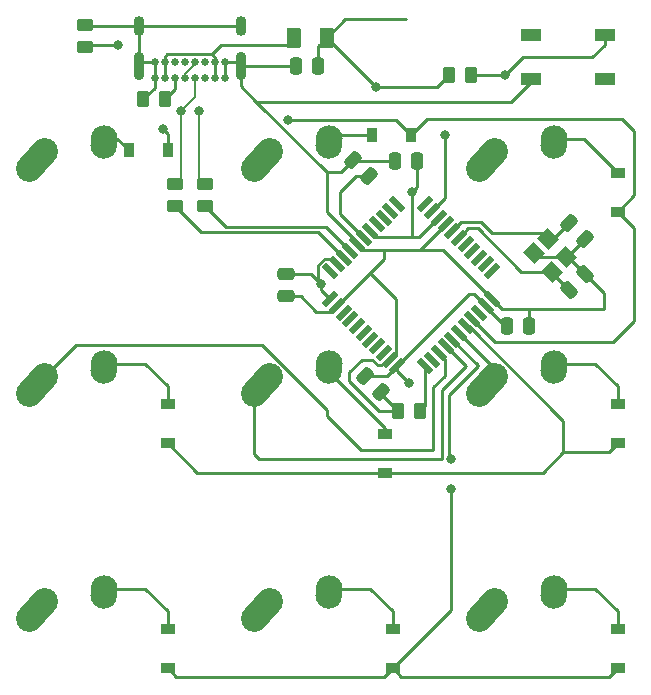
<source format=gbl>
%TF.GenerationSoftware,KiCad,Pcbnew,(6.0.10)*%
%TF.CreationDate,2023-01-30T18:20:24-07:00*%
%TF.ProjectId,nepcropad,6e657063-726f-4706-9164-2e6b69636164,rev?*%
%TF.SameCoordinates,Original*%
%TF.FileFunction,Copper,L2,Bot*%
%TF.FilePolarity,Positive*%
%FSLAX46Y46*%
G04 Gerber Fmt 4.6, Leading zero omitted, Abs format (unit mm)*
G04 Created by KiCad (PCBNEW (6.0.10)) date 2023-01-30 18:20:24*
%MOMM*%
%LPD*%
G01*
G04 APERTURE LIST*
G04 Aperture macros list*
%AMRoundRect*
0 Rectangle with rounded corners*
0 $1 Rounding radius*
0 $2 $3 $4 $5 $6 $7 $8 $9 X,Y pos of 4 corners*
0 Add a 4 corners polygon primitive as box body*
4,1,4,$2,$3,$4,$5,$6,$7,$8,$9,$2,$3,0*
0 Add four circle primitives for the rounded corners*
1,1,$1+$1,$2,$3*
1,1,$1+$1,$4,$5*
1,1,$1+$1,$6,$7*
1,1,$1+$1,$8,$9*
0 Add four rect primitives between the rounded corners*
20,1,$1+$1,$2,$3,$4,$5,0*
20,1,$1+$1,$4,$5,$6,$7,0*
20,1,$1+$1,$6,$7,$8,$9,0*
20,1,$1+$1,$8,$9,$2,$3,0*%
%AMHorizOval*
0 Thick line with rounded ends*
0 $1 width*
0 $2 $3 position (X,Y) of the first rounded end (center of the circle)*
0 $4 $5 position (X,Y) of the second rounded end (center of the circle)*
0 Add line between two ends*
20,1,$1,$2,$3,$4,$5,0*
0 Add two circle primitives to create the rounded ends*
1,1,$1,$2,$3*
1,1,$1,$4,$5*%
%AMRotRect*
0 Rectangle, with rotation*
0 The origin of the aperture is its center*
0 $1 length*
0 $2 width*
0 $3 Rotation angle, in degrees counterclockwise*
0 Add horizontal line*
21,1,$1,$2,0,0,$3*%
G04 Aperture macros list end*
%TA.AperFunction,ComponentPad*%
%ADD10HorizOval,2.250000X0.655001X0.730000X-0.655001X-0.730000X0*%
%TD*%
%TA.AperFunction,ComponentPad*%
%ADD11C,2.250000*%
%TD*%
%TA.AperFunction,ComponentPad*%
%ADD12HorizOval,2.250000X0.020000X0.290000X-0.020000X-0.290000X0*%
%TD*%
%TA.AperFunction,SMDPad,CuDef*%
%ADD13RoundRect,0.250000X0.250000X0.475000X-0.250000X0.475000X-0.250000X-0.475000X0.250000X-0.475000X0*%
%TD*%
%TA.AperFunction,SMDPad,CuDef*%
%ADD14R,0.900000X1.200000*%
%TD*%
%TA.AperFunction,SMDPad,CuDef*%
%ADD15RoundRect,0.250000X0.450000X-0.262500X0.450000X0.262500X-0.450000X0.262500X-0.450000X-0.262500X0*%
%TD*%
%TA.AperFunction,SMDPad,CuDef*%
%ADD16R,1.200000X0.900000*%
%TD*%
%TA.AperFunction,SMDPad,CuDef*%
%ADD17RoundRect,0.250000X0.512652X0.159099X0.159099X0.512652X-0.512652X-0.159099X-0.159099X-0.512652X0*%
%TD*%
%TA.AperFunction,SMDPad,CuDef*%
%ADD18RoundRect,0.250000X-0.450000X0.262500X-0.450000X-0.262500X0.450000X-0.262500X0.450000X0.262500X0*%
%TD*%
%TA.AperFunction,SMDPad,CuDef*%
%ADD19RoundRect,0.250000X0.262500X0.450000X-0.262500X0.450000X-0.262500X-0.450000X0.262500X-0.450000X0*%
%TD*%
%TA.AperFunction,SMDPad,CuDef*%
%ADD20RoundRect,0.250000X-0.375000X-0.625000X0.375000X-0.625000X0.375000X0.625000X-0.375000X0.625000X0*%
%TD*%
%TA.AperFunction,ComponentPad*%
%ADD21C,0.650000*%
%TD*%
%TA.AperFunction,ComponentPad*%
%ADD22O,0.900000X1.700000*%
%TD*%
%TA.AperFunction,ComponentPad*%
%ADD23O,0.900000X2.400000*%
%TD*%
%TA.AperFunction,SMDPad,CuDef*%
%ADD24R,1.800000X1.100000*%
%TD*%
%TA.AperFunction,SMDPad,CuDef*%
%ADD25RoundRect,0.250000X-0.262500X-0.450000X0.262500X-0.450000X0.262500X0.450000X-0.262500X0.450000X0*%
%TD*%
%TA.AperFunction,SMDPad,CuDef*%
%ADD26RoundRect,0.250000X-0.512652X-0.159099X-0.159099X-0.512652X0.512652X0.159099X0.159099X0.512652X0*%
%TD*%
%TA.AperFunction,SMDPad,CuDef*%
%ADD27RotRect,1.500000X0.550000X315.000000*%
%TD*%
%TA.AperFunction,SMDPad,CuDef*%
%ADD28RotRect,1.500000X0.550000X225.000000*%
%TD*%
%TA.AperFunction,SMDPad,CuDef*%
%ADD29RoundRect,0.250000X-0.250000X-0.475000X0.250000X-0.475000X0.250000X0.475000X-0.250000X0.475000X0*%
%TD*%
%TA.AperFunction,SMDPad,CuDef*%
%ADD30RotRect,1.400000X1.200000X135.000000*%
%TD*%
%TA.AperFunction,SMDPad,CuDef*%
%ADD31RoundRect,0.250000X-0.159099X0.512652X-0.512652X0.159099X0.159099X-0.512652X0.512652X-0.159099X0*%
%TD*%
%TA.AperFunction,SMDPad,CuDef*%
%ADD32RoundRect,0.250000X-0.475000X0.250000X-0.475000X-0.250000X0.475000X-0.250000X0.475000X0.250000X0*%
%TD*%
%TA.AperFunction,ViaPad*%
%ADD33C,0.800000*%
%TD*%
%TA.AperFunction,Conductor*%
%ADD34C,0.250000*%
%TD*%
%TA.AperFunction,Conductor*%
%ADD35C,0.200000*%
%TD*%
G04 APERTURE END LIST*
D10*
%TO.P,MX7,1,COL*%
%TO.N,COL0*%
X131782501Y-106267500D03*
D11*
X132437500Y-105537500D03*
%TO.P,MX7,2,ROW*%
%TO.N,Net-(D7-Pad2)*%
X137477500Y-104457500D03*
D12*
X137457500Y-104747500D03*
%TD*%
D11*
%TO.P,MX4,1,COL*%
%TO.N,COL0*%
X132437500Y-86487500D03*
D10*
X131782501Y-87217500D03*
D12*
%TO.P,MX4,2,ROW*%
%TO.N,Net-(D4-Pad2)*%
X137457500Y-85697500D03*
D11*
X137477500Y-85407500D03*
%TD*%
%TO.P,MX6,1,COL*%
%TO.N,COL2*%
X170537500Y-86487500D03*
D10*
X169882501Y-87217500D03*
D12*
%TO.P,MX6,2,ROW*%
%TO.N,Net-(D6-Pad2)*%
X175557500Y-85697500D03*
D11*
X175577500Y-85407500D03*
%TD*%
D10*
%TO.P,MX8,1,COL*%
%TO.N,COL1*%
X150832501Y-106267500D03*
D11*
X151487500Y-105537500D03*
%TO.P,MX8,2,ROW*%
%TO.N,Net-(D8-Pad2)*%
X156527500Y-104457500D03*
D12*
X156507500Y-104747500D03*
%TD*%
D10*
%TO.P,MX2,1,COL*%
%TO.N,COL1*%
X150832501Y-68167500D03*
D11*
X151487500Y-67437500D03*
%TO.P,MX2,2,ROW*%
%TO.N,Net-(D2-Pad2)*%
X156527500Y-66357500D03*
D12*
X156507500Y-66647500D03*
%TD*%
D11*
%TO.P,MX3,1,COL*%
%TO.N,COL2*%
X170537500Y-67437500D03*
D10*
X169882501Y-68167500D03*
D12*
%TO.P,MX3,2,ROW*%
%TO.N,Net-(D3-Pad2)*%
X175557500Y-66647500D03*
D11*
X175577500Y-66357500D03*
%TD*%
D10*
%TO.P,MX1,1,COL*%
%TO.N,COL0*%
X131782501Y-68167500D03*
D11*
X132437500Y-67437500D03*
%TO.P,MX1,2,ROW*%
%TO.N,Net-(D1-Pad2)*%
X137477500Y-66357500D03*
D12*
X137457500Y-66647500D03*
%TD*%
D10*
%TO.P,MX9,1,COL*%
%TO.N,COL2*%
X169882501Y-106267500D03*
D11*
X170537500Y-105537500D03*
D12*
%TO.P,MX9,2,ROW*%
%TO.N,Net-(D9-Pad2)*%
X175557500Y-104747500D03*
D11*
X175577500Y-104457500D03*
%TD*%
D10*
%TO.P,MX5,1,COL*%
%TO.N,COL1*%
X150832501Y-87217500D03*
D11*
X151487500Y-86487500D03*
%TO.P,MX5,2,ROW*%
%TO.N,Net-(D5-Pad2)*%
X156527500Y-85407500D03*
D12*
X156507500Y-85697500D03*
%TD*%
D13*
%TO.P,C8,1*%
%TO.N,+5V*%
X164018000Y-68224400D03*
%TO.P,C8,2*%
%TO.N,GND*%
X162118000Y-68224400D03*
%TD*%
D14*
%TO.P,D2,1,K*%
%TO.N,ROW0*%
X163448000Y-66040000D03*
%TO.P,D2,2,A*%
%TO.N,Net-(D2-Pad2)*%
X160148000Y-66040000D03*
%TD*%
D15*
%TO.P,R6,1*%
%TO.N,Net-(J1-PadB5)*%
X135890000Y-58570500D03*
%TO.P,R6,2*%
%TO.N,GND*%
X135890000Y-56745500D03*
%TD*%
D16*
%TO.P,D5,1,K*%
%TO.N,ROW1*%
X161290000Y-94614000D03*
%TO.P,D5,2,A*%
%TO.N,Net-(D5-Pad2)*%
X161290000Y-91314000D03*
%TD*%
%TO.P,D4,1,K*%
%TO.N,ROW1*%
X142875000Y-92137500D03*
%TO.P,D4,2,A*%
%TO.N,Net-(D4-Pad2)*%
X142875000Y-88837500D03*
%TD*%
D17*
%TO.P,C3,1*%
%TO.N,Net-(C3-Pad1)*%
X159929751Y-69505751D03*
%TO.P,C3,2*%
%TO.N,GND*%
X158586249Y-68162249D03*
%TD*%
D16*
%TO.P,D6,1,K*%
%TO.N,ROW1*%
X180975000Y-92137500D03*
%TO.P,D6,2,A*%
%TO.N,Net-(D6-Pad2)*%
X180975000Y-88837500D03*
%TD*%
D18*
%TO.P,R2,1*%
%TO.N,D+*%
X146050000Y-70207500D03*
%TO.P,R2,2*%
%TO.N,Net-(R2-Pad2)*%
X146050000Y-72032500D03*
%TD*%
D16*
%TO.P,D7,1,K*%
%TO.N,ROW2*%
X142875000Y-111187500D03*
%TO.P,D7,2,A*%
%TO.N,Net-(D7-Pad2)*%
X142875000Y-107887500D03*
%TD*%
D19*
%TO.P,R5,1*%
%TO.N,Net-(J1-PadA5)*%
X142644500Y-62992000D03*
%TO.P,R5,2*%
%TO.N,GND*%
X140819500Y-62992000D03*
%TD*%
D18*
%TO.P,R3,1*%
%TO.N,D-*%
X143510000Y-70207500D03*
%TO.P,R3,2*%
%TO.N,Net-(R3-Pad2)*%
X143510000Y-72032500D03*
%TD*%
D20*
%TO.P,F1,1*%
%TO.N,VCC*%
X153540000Y-57785000D03*
%TO.P,F1,2*%
%TO.N,+5V*%
X156340000Y-57785000D03*
%TD*%
D21*
%TO.P,J1,A1,GND*%
%TO.N,GND*%
X141805000Y-61175000D03*
%TO.P,J1,A4,VBUS*%
%TO.N,VCC*%
X142655000Y-61175000D03*
%TO.P,J1,A5,CC1*%
%TO.N,Net-(J1-PadA5)*%
X143505000Y-61175000D03*
%TO.P,J1,A6,D+*%
%TO.N,D+*%
X144355000Y-61175000D03*
%TO.P,J1,A7,D-*%
%TO.N,D-*%
X145205000Y-61175000D03*
%TO.P,J1,A8,SBU1*%
%TO.N,unconnected-(J1-PadA8)*%
X146055000Y-61175000D03*
%TO.P,J1,A9,VBUS*%
%TO.N,VCC*%
X146905000Y-61175000D03*
%TO.P,J1,A12,GND*%
%TO.N,GND*%
X147755000Y-61175000D03*
%TO.P,J1,B1,GND*%
X147760000Y-59850000D03*
%TO.P,J1,B4,VBUS*%
%TO.N,VCC*%
X146910000Y-59850000D03*
%TO.P,J1,B5,CC2*%
%TO.N,Net-(J1-PadB5)*%
X146060000Y-59850000D03*
%TO.P,J1,B6,D+*%
%TO.N,D+*%
X145210000Y-59850000D03*
%TO.P,J1,B7,D-*%
%TO.N,D-*%
X144360000Y-59850000D03*
%TO.P,J1,B8,SBU2*%
%TO.N,unconnected-(J1-PadB8)*%
X143510000Y-59850000D03*
%TO.P,J1,B9,VBUS*%
%TO.N,VCC*%
X142660000Y-59850000D03*
%TO.P,J1,B12,GND*%
%TO.N,GND*%
X141805000Y-59850000D03*
D22*
%TO.P,J1,S1,SHIELD*%
X140455000Y-56815000D03*
D23*
X149105000Y-60195000D03*
X140455000Y-60195000D03*
D22*
X149105000Y-56815000D03*
%TD*%
D24*
%TO.P,SW1,1,1*%
%TO.N,GND*%
X173684000Y-61286000D03*
%TO.P,SW1,2,2*%
%TO.N,Net-(R1-Pad2)*%
X179884000Y-57586000D03*
%TO.P,SW1,3*%
%TO.N,N/C*%
X173684000Y-57586000D03*
%TO.P,SW1,4*%
X179884000Y-61286000D03*
%TD*%
D13*
%TO.P,C7,1*%
%TO.N,+5V*%
X155636000Y-60198000D03*
%TO.P,C7,2*%
%TO.N,GND*%
X153736000Y-60198000D03*
%TD*%
D25*
%TO.P,R1,1*%
%TO.N,+5V*%
X166727500Y-60960000D03*
%TO.P,R1,2*%
%TO.N,Net-(R1-Pad2)*%
X168552500Y-60960000D03*
%TD*%
D14*
%TO.P,D1,1,K*%
%TO.N,ROW0*%
X142874000Y-67310000D03*
%TO.P,D1,2,A*%
%TO.N,Net-(D1-Pad2)*%
X139574000Y-67310000D03*
%TD*%
D16*
%TO.P,D3,1,K*%
%TO.N,ROW0*%
X180975000Y-72516000D03*
%TO.P,D3,2,A*%
%TO.N,Net-(D3-Pad2)*%
X180975000Y-69216000D03*
%TD*%
D26*
%TO.P,C5,1*%
%TO.N,+5V*%
X159602249Y-86450249D03*
%TO.P,C5,2*%
%TO.N,GND*%
X160945751Y-87793751D03*
%TD*%
D27*
%TO.P,U1,1,PE6*%
%TO.N,unconnected-(U1-Pad1)*%
X156653564Y-77537918D03*
%TO.P,U1,2,UVCC*%
%TO.N,+5V*%
X157219250Y-76972233D03*
%TO.P,U1,3,D-*%
%TO.N,Net-(R3-Pad2)*%
X157784935Y-76406548D03*
%TO.P,U1,4,D+*%
%TO.N,Net-(R2-Pad2)*%
X158350620Y-75840862D03*
%TO.P,U1,5,UGND*%
%TO.N,GND*%
X158916306Y-75275177D03*
%TO.P,U1,6,UCAP*%
%TO.N,Net-(C3-Pad1)*%
X159481991Y-74709491D03*
%TO.P,U1,7,VBUS*%
%TO.N,+5V*%
X160047677Y-74143806D03*
%TO.P,U1,8,PB0*%
%TO.N,unconnected-(U1-Pad8)*%
X160613362Y-73578120D03*
%TO.P,U1,9,PB1*%
%TO.N,unconnected-(U1-Pad9)*%
X161179048Y-73012435D03*
%TO.P,U1,10,PB2*%
%TO.N,unconnected-(U1-Pad10)*%
X161744733Y-72446750D03*
%TO.P,U1,11,PB3*%
%TO.N,unconnected-(U1-Pad11)*%
X162310418Y-71881064D03*
D28*
%TO.P,U1,12,PB7*%
%TO.N,unconnected-(U1-Pad12)*%
X164714582Y-71881064D03*
%TO.P,U1,13,~{RESET}*%
%TO.N,Net-(R1-Pad2)*%
X165280267Y-72446750D03*
%TO.P,U1,14,VCC*%
%TO.N,+5V*%
X165845952Y-73012435D03*
%TO.P,U1,15,GND*%
%TO.N,GND*%
X166411638Y-73578120D03*
%TO.P,U1,16,XTAL2*%
%TO.N,Net-(C2-Pad2)*%
X166977323Y-74143806D03*
%TO.P,U1,17,XTAL1*%
%TO.N,Net-(C1-Pad2)*%
X167543009Y-74709491D03*
%TO.P,U1,18,PD0*%
%TO.N,unconnected-(U1-Pad18)*%
X168108694Y-75275177D03*
%TO.P,U1,19,PD1*%
%TO.N,unconnected-(U1-Pad19)*%
X168674380Y-75840862D03*
%TO.P,U1,20,PD2*%
%TO.N,unconnected-(U1-Pad20)*%
X169240065Y-76406548D03*
%TO.P,U1,21,PD3*%
%TO.N,unconnected-(U1-Pad21)*%
X169805750Y-76972233D03*
%TO.P,U1,22,PD5*%
%TO.N,unconnected-(U1-Pad22)*%
X170371436Y-77537918D03*
D27*
%TO.P,U1,23,GND*%
%TO.N,GND*%
X170371436Y-79942082D03*
%TO.P,U1,24,AVCC*%
%TO.N,+5V*%
X169805750Y-80507767D03*
%TO.P,U1,25,PD4*%
%TO.N,unconnected-(U1-Pad25)*%
X169240065Y-81073452D03*
%TO.P,U1,26,PD6*%
%TO.N,ROW0*%
X168674380Y-81639138D03*
%TO.P,U1,27,PD7*%
%TO.N,ROW1*%
X168108694Y-82204823D03*
%TO.P,U1,28,PB4*%
%TO.N,COL2*%
X167543009Y-82770509D03*
%TO.P,U1,29,PB5*%
%TO.N,ROW2*%
X166977323Y-83336194D03*
%TO.P,U1,30,PB6*%
%TO.N,COL1*%
X166411638Y-83901880D03*
%TO.P,U1,31,PC6*%
%TO.N,COL0*%
X165845952Y-84467565D03*
%TO.P,U1,32,PC7*%
%TO.N,unconnected-(U1-Pad32)*%
X165280267Y-85033250D03*
%TO.P,U1,33,~{HWB}/PE2*%
%TO.N,Net-(R4-Pad2)*%
X164714582Y-85598936D03*
D28*
%TO.P,U1,34,VCC*%
%TO.N,+5V*%
X162310418Y-85598936D03*
%TO.P,U1,35,GND*%
%TO.N,GND*%
X161744733Y-85033250D03*
%TO.P,U1,36,PF7*%
%TO.N,unconnected-(U1-Pad36)*%
X161179048Y-84467565D03*
%TO.P,U1,37,PF6*%
%TO.N,unconnected-(U1-Pad37)*%
X160613362Y-83901880D03*
%TO.P,U1,38,PF5*%
%TO.N,unconnected-(U1-Pad38)*%
X160047677Y-83336194D03*
%TO.P,U1,39,PF4*%
%TO.N,unconnected-(U1-Pad39)*%
X159481991Y-82770509D03*
%TO.P,U1,40,PF1*%
%TO.N,unconnected-(U1-Pad40)*%
X158916306Y-82204823D03*
%TO.P,U1,41,PF0*%
%TO.N,unconnected-(U1-Pad41)*%
X158350620Y-81639138D03*
%TO.P,U1,42,AREF*%
%TO.N,unconnected-(U1-Pad42)*%
X157784935Y-81073452D03*
%TO.P,U1,43,GND*%
%TO.N,GND*%
X157219250Y-80507767D03*
%TO.P,U1,44,AVCC*%
%TO.N,+5V*%
X156653564Y-79942082D03*
%TD*%
D29*
%TO.P,C4,1*%
%TO.N,+5V*%
X171617600Y-82194400D03*
%TO.P,C4,2*%
%TO.N,GND*%
X173517600Y-82194400D03*
%TD*%
D16*
%TO.P,D8,1,K*%
%TO.N,ROW2*%
X161925000Y-111187500D03*
%TO.P,D8,2,A*%
%TO.N,Net-(D8-Pad2)*%
X161925000Y-107887500D03*
%TD*%
D17*
%TO.P,C2,1*%
%TO.N,GND*%
X178217751Y-74839751D03*
%TO.P,C2,2*%
%TO.N,Net-(C2-Pad2)*%
X176874249Y-73496249D03*
%TD*%
D30*
%TO.P,Y1,1,1*%
%TO.N,Net-(C1-Pad2)*%
X175436777Y-77578858D03*
%TO.P,Y1,2,2*%
%TO.N,GND*%
X173881142Y-76023223D03*
%TO.P,Y1,3,3*%
%TO.N,Net-(C2-Pad2)*%
X175083223Y-74821142D03*
%TO.P,Y1,4,4*%
%TO.N,GND*%
X176638858Y-76376777D03*
%TD*%
D25*
%TO.P,R4,1*%
%TO.N,GND*%
X162409500Y-89408000D03*
%TO.P,R4,2*%
%TO.N,Net-(R4-Pad2)*%
X164234500Y-89408000D03*
%TD*%
D31*
%TO.P,C1,1*%
%TO.N,GND*%
X178217751Y-77814249D03*
%TO.P,C1,2*%
%TO.N,Net-(C1-Pad2)*%
X176874249Y-79157751D03*
%TD*%
D32*
%TO.P,C6,1*%
%TO.N,+5V*%
X152908000Y-77790000D03*
%TO.P,C6,2*%
%TO.N,GND*%
X152908000Y-79690000D03*
%TD*%
D16*
%TO.P,D9,1,K*%
%TO.N,ROW2*%
X180975000Y-111187500D03*
%TO.P,D9,2,A*%
%TO.N,Net-(D9-Pad2)*%
X180975000Y-107887500D03*
%TD*%
D33*
%TO.N,+5V*%
X163576000Y-70866000D03*
X163322000Y-86995000D03*
X160528000Y-61976000D03*
X155829000Y-78613000D03*
%TO.N,ROW0*%
X153035000Y-64770000D03*
X142494000Y-65532000D03*
%TO.N,ROW2*%
X166878000Y-93472000D03*
X166878000Y-96012000D03*
%TO.N,Net-(R1-Pad2)*%
X171450000Y-60960000D03*
X166370000Y-66040000D03*
%TO.N,D+*%
X145542000Y-64008000D03*
%TO.N,D-*%
X144018000Y-64008000D03*
%TO.N,Net-(J1-PadB5)*%
X138684000Y-58420000D03*
%TD*%
D34*
%TO.N,GND*%
X161744733Y-85033250D02*
X161461891Y-85033250D01*
X176596700Y-76334619D02*
X174192538Y-76334619D01*
X160011508Y-77715508D02*
X162228832Y-79932832D01*
X156356401Y-69163901D02*
X157584597Y-69163901D01*
X176638858Y-76376777D02*
X176596700Y-76334619D01*
X152908000Y-79690000D02*
X154178000Y-79690000D01*
X176638858Y-76376777D02*
X176780279Y-76376777D01*
X141800000Y-59850000D02*
X140800000Y-59850000D01*
X141800000Y-61170000D02*
X141805000Y-61175000D01*
X148760000Y-59850000D02*
X149105000Y-60195000D01*
X140455000Y-56815000D02*
X140455000Y-60195000D01*
X159314750Y-85033250D02*
X158242000Y-86106000D01*
X141805000Y-62006500D02*
X140819500Y-62992000D01*
X178217751Y-77814249D02*
X179832000Y-79428498D01*
X173517600Y-80787200D02*
X173532800Y-80772000D01*
X171993250Y-63210750D02*
X173684000Y-61520000D01*
X157584597Y-69163901D02*
X158586249Y-68162249D01*
X158916306Y-75275177D02*
X159400404Y-75759275D01*
X160782000Y-89408000D02*
X162409500Y-89408000D01*
X173532800Y-80772000D02*
X171201354Y-80772000D01*
X160224453Y-85033250D02*
X159314750Y-85033250D01*
X155479866Y-80991866D02*
X156735151Y-80991866D01*
X159400404Y-75759275D02*
X161222725Y-75759275D01*
X156356401Y-69163901D02*
X156356401Y-72536401D01*
X156735151Y-80991866D02*
X157219250Y-80507767D01*
X176780279Y-76376777D02*
X178217751Y-77814249D01*
X135959500Y-56815000D02*
X135890000Y-56745500D01*
X150403250Y-63210750D02*
X171993250Y-63210750D01*
X160977792Y-85517349D02*
X160708552Y-85517349D01*
X158242000Y-86868000D02*
X160782000Y-89408000D01*
X154178000Y-79690000D02*
X155479866Y-80991866D01*
X160708552Y-85517349D02*
X160224453Y-85033250D01*
X164230483Y-75759275D02*
X166188629Y-75759275D01*
X161461891Y-85033250D02*
X160977792Y-85517349D01*
X160945751Y-87944251D02*
X162409500Y-89408000D01*
X153733000Y-60195000D02*
X149105000Y-60195000D01*
X160011508Y-77715508D02*
X157219250Y-80507767D01*
X176638858Y-76376777D02*
X176680725Y-76376777D01*
X173517600Y-82194400D02*
X173517600Y-80787200D01*
X179832000Y-80772000D02*
X173532800Y-80772000D01*
X141805000Y-61175000D02*
X141805000Y-62006500D01*
X161222725Y-75759275D02*
X164230483Y-75759275D01*
X161222725Y-76504292D02*
X160011508Y-77715508D01*
X147755000Y-59850000D02*
X148760000Y-59850000D01*
X141800000Y-59850000D02*
X141800000Y-61170000D01*
X149105000Y-61912500D02*
X149105000Y-60195000D01*
X173684000Y-61520000D02*
X173684000Y-61286000D01*
X174192538Y-76334619D02*
X173881142Y-76023223D01*
X140455000Y-56815000D02*
X149105000Y-56815000D01*
X156356401Y-69163901D02*
X150403250Y-63210750D01*
X153736000Y-60198000D02*
X153733000Y-60195000D01*
X162118000Y-68224400D02*
X158648400Y-68224400D01*
X164230483Y-75759275D02*
X166411638Y-73578120D01*
X140455000Y-56815000D02*
X135959500Y-56815000D01*
X158648400Y-68224400D02*
X158586249Y-68162249D01*
X158916306Y-75096306D02*
X158916306Y-75275177D01*
X171201354Y-80772000D02*
X170371436Y-79942082D01*
X162228832Y-79932832D02*
X162228832Y-84549151D01*
X147755000Y-59850000D02*
X147755000Y-61175000D01*
X162228832Y-84549151D02*
X161744733Y-85033250D01*
X158242000Y-86106000D02*
X158242000Y-86868000D01*
X179832000Y-79428498D02*
X179832000Y-80772000D01*
X160945751Y-87793751D02*
X160945751Y-87944251D01*
X161222725Y-75759275D02*
X161222725Y-76504292D01*
X176680725Y-76376777D02*
X178217751Y-74839751D01*
X166188629Y-75759275D02*
X170371436Y-79942082D01*
X140800000Y-59850000D02*
X140455000Y-60195000D01*
X150403250Y-63210750D02*
X149105000Y-61912500D01*
X156356401Y-72536401D02*
X158916306Y-75096306D01*
%TO.N,Net-(C1-Pad2)*%
X172828858Y-77578858D02*
X169164000Y-73914000D01*
X175436777Y-77578858D02*
X175436777Y-77720279D01*
X175436777Y-77578858D02*
X172828858Y-77578858D01*
X169164000Y-73914000D02*
X168338500Y-73914000D01*
X175436777Y-77720279D02*
X176874249Y-79157751D01*
X168338500Y-73914000D02*
X167543009Y-74709491D01*
%TO.N,Net-(C2-Pad2)*%
X174588248Y-74326167D02*
X170338167Y-74326167D01*
X175083223Y-74821142D02*
X174588248Y-74326167D01*
X175083223Y-74821142D02*
X175549356Y-74821142D01*
X167715129Y-73406000D02*
X166977323Y-74143806D01*
X169418000Y-73406000D02*
X167715129Y-73406000D01*
X175549356Y-74821142D02*
X176874249Y-73496249D01*
X170338167Y-74326167D02*
X169418000Y-73406000D01*
%TO.N,Net-(C3-Pad1)*%
X159481991Y-74709491D02*
X157480000Y-72707500D01*
X157480000Y-70866000D02*
X158840249Y-69505751D01*
X157480000Y-72707500D02*
X157480000Y-70866000D01*
X158840249Y-69505751D02*
X159929751Y-69505751D01*
%TO.N,+5V*%
X162310418Y-85598936D02*
X162310418Y-85983418D01*
X164018000Y-70424000D02*
X163576000Y-70866000D01*
X163576000Y-74579808D02*
X163624096Y-74627904D01*
X160528000Y-61976000D02*
X165711500Y-61976000D01*
X165747565Y-73012435D02*
X164132096Y-74627904D01*
X162310418Y-85593582D02*
X168402000Y-79502000D01*
X161459105Y-86450249D02*
X162310418Y-85598936D01*
X155829000Y-78613000D02*
X155829000Y-79117518D01*
X160531775Y-74627904D02*
X160047677Y-74143806D01*
X155829000Y-79117518D02*
X156653564Y-79942082D01*
X156183068Y-76488134D02*
X156735151Y-76488134D01*
X169805750Y-80585750D02*
X171262000Y-82042000D01*
X155603780Y-78387780D02*
X155603780Y-77067422D01*
X155636000Y-58489000D02*
X156340000Y-57785000D01*
X165845952Y-73012435D02*
X165747565Y-73012435D01*
X169805750Y-80507767D02*
X169805750Y-80585750D01*
X156340000Y-57788000D02*
X160528000Y-61976000D01*
X156340000Y-57785000D02*
X156340000Y-57788000D01*
X163045690Y-56200000D02*
X160505690Y-56200000D01*
X165711500Y-61976000D02*
X166727500Y-60960000D01*
X159602249Y-86450249D02*
X161459105Y-86450249D01*
X155636000Y-60198000D02*
X155636000Y-58489000D01*
X156735151Y-76488134D02*
X157219250Y-76972233D01*
X163624096Y-74627904D02*
X160531775Y-74627904D01*
X160505690Y-56200000D02*
X157925000Y-56200000D01*
X163576000Y-70866000D02*
X163576000Y-74579808D01*
X168402000Y-79502000D02*
X168799983Y-79502000D01*
X168799983Y-79502000D02*
X169805750Y-80507767D01*
X155829000Y-78613000D02*
X155603780Y-78387780D01*
X164132096Y-74627904D02*
X163624096Y-74627904D01*
X157925000Y-56200000D02*
X156340000Y-57785000D01*
X162310418Y-85983418D02*
X163322000Y-86995000D01*
X155603780Y-77067422D02*
X156183068Y-76488134D01*
X155006000Y-77790000D02*
X155829000Y-78613000D01*
X162310418Y-85598936D02*
X162310418Y-85593582D01*
X152908000Y-77790000D02*
X155006000Y-77790000D01*
X164018000Y-68224400D02*
X164018000Y-70424000D01*
%TO.N,ROW0*%
X170601242Y-83566000D02*
X180594000Y-83566000D01*
X182372000Y-81788000D02*
X182372000Y-73913000D01*
X182372000Y-71119000D02*
X180975000Y-72516000D01*
X181356000Y-64643000D02*
X182372000Y-65659000D01*
X180594000Y-83566000D02*
X182372000Y-81788000D01*
X164845000Y-64643000D02*
X181356000Y-64643000D01*
X142874000Y-67310000D02*
X142874000Y-65912000D01*
X182372000Y-65659000D02*
X182372000Y-71119000D01*
X168674380Y-81639138D02*
X170601242Y-83566000D01*
X163448000Y-66040000D02*
X162178000Y-64770000D01*
X182372000Y-73913000D02*
X180975000Y-72516000D01*
X142874000Y-65912000D02*
X142494000Y-65532000D01*
X163448000Y-66040000D02*
X164845000Y-64643000D01*
X153035000Y-64770000D02*
X162178000Y-64770000D01*
%TO.N,Net-(D1-Pad2)*%
X138621500Y-66357500D02*
X139574000Y-67310000D01*
X137477500Y-66357500D02*
X138621500Y-66357500D01*
%TO.N,Net-(D2-Pad2)*%
X156487500Y-66937500D02*
X157385000Y-66040000D01*
X157385000Y-66040000D02*
X160148000Y-66040000D01*
%TO.N,Net-(D3-Pad2)*%
X177482500Y-66357500D02*
X175577500Y-66357500D01*
X178117500Y-66357500D02*
X177482500Y-66357500D01*
X180975000Y-69216000D02*
X180975000Y-69215000D01*
X180975000Y-69215000D02*
X178117500Y-66357500D01*
%TO.N,ROW1*%
X180256099Y-92856401D02*
X180975000Y-92137500D01*
X176383599Y-92856401D02*
X180256099Y-92856401D01*
X176383599Y-90196885D02*
X176383599Y-92856401D01*
X161290000Y-94614000D02*
X174626000Y-94614000D01*
X145351500Y-94614000D02*
X142875000Y-92137500D01*
X168108694Y-82204823D02*
X168391537Y-82204823D01*
X161290000Y-94614000D02*
X145351500Y-94614000D01*
X168391537Y-82204823D02*
X176383599Y-90196885D01*
X174626000Y-94614000D02*
X176383599Y-92856401D01*
%TO.N,Net-(D4-Pad2)*%
X142875000Y-87312500D02*
X140970000Y-85407500D01*
X140970000Y-85407500D02*
X137477500Y-85407500D01*
X142875000Y-88837500D02*
X142875000Y-87312500D01*
%TO.N,Net-(D5-Pad2)*%
X161290000Y-91314000D02*
X161290000Y-90790000D01*
X161290000Y-90790000D02*
X156487500Y-85987500D01*
%TO.N,Net-(D6-Pad2)*%
X180975000Y-88837500D02*
X180975000Y-87312500D01*
X179070000Y-85407500D02*
X175577500Y-85407500D01*
X180975000Y-87312500D02*
X179070000Y-85407500D01*
%TO.N,ROW2*%
X169164000Y-85522871D02*
X166977323Y-83336194D01*
X162643901Y-111906401D02*
X161925000Y-111187500D01*
X161206099Y-111906401D02*
X143593901Y-111906401D01*
X180256099Y-111906401D02*
X164953599Y-111906401D01*
X180975000Y-111187500D02*
X180256099Y-111906401D01*
X166878000Y-93472000D02*
X166707499Y-93301499D01*
X166707499Y-93301499D02*
X166707499Y-88054501D01*
X164953599Y-111906401D02*
X162643901Y-111906401D01*
X166707499Y-88054501D02*
X169164000Y-85598000D01*
X143593901Y-111906401D02*
X142875000Y-111187500D01*
X169164000Y-85598000D02*
X169164000Y-85522871D01*
X166878000Y-106234500D02*
X166878000Y-96012000D01*
X161925000Y-111187500D02*
X166878000Y-106234500D01*
X161925000Y-111187500D02*
X161206099Y-111906401D01*
%TO.N,Net-(D7-Pad2)*%
X140970000Y-104457500D02*
X137477500Y-104457500D01*
X142875000Y-106362500D02*
X140970000Y-104457500D01*
X142875000Y-107887500D02*
X142875000Y-106362500D01*
%TO.N,Net-(D8-Pad2)*%
X161925000Y-106362500D02*
X160020000Y-104457500D01*
X161925000Y-107887500D02*
X161925000Y-106362500D01*
X160020000Y-104457500D02*
X156527500Y-104457500D01*
%TO.N,Net-(D9-Pad2)*%
X180975000Y-106362500D02*
X179070000Y-104457500D01*
X180975000Y-107887500D02*
X180975000Y-106362500D01*
X179070000Y-104457500D02*
X175577500Y-104457500D01*
%TO.N,VCC*%
X146615000Y-59200000D02*
X147395000Y-58420000D01*
X146900000Y-59485000D02*
X146900000Y-59850000D01*
X147395000Y-58420000D02*
X150495000Y-58420000D01*
X142650000Y-59850000D02*
X142650000Y-59390381D01*
X146615000Y-59200000D02*
X146900000Y-59485000D01*
X142650000Y-59390381D02*
X142840381Y-59200000D01*
X142840381Y-59200000D02*
X146615000Y-59200000D01*
X150495000Y-58420000D02*
X152905000Y-58420000D01*
X146905000Y-59855000D02*
X146900000Y-59850000D01*
X146905000Y-61175000D02*
X146905000Y-59855000D01*
X142650000Y-59850000D02*
X142650000Y-61170000D01*
X152905000Y-58420000D02*
X153540000Y-57785000D01*
X142650000Y-61170000D02*
X142655000Y-61175000D01*
%TO.N,COL0*%
X165845952Y-84467565D02*
X166330051Y-84951664D01*
X166330051Y-86399949D02*
X165354000Y-87376000D01*
X159258000Y-92710000D02*
X156356401Y-89808401D01*
X165354000Y-92710000D02*
X159258000Y-92710000D01*
X156356401Y-89262861D02*
X150913540Y-83820000D01*
X165354000Y-87376000D02*
X165354000Y-92710000D01*
X166330051Y-84951664D02*
X166330051Y-86399949D01*
X156356401Y-89808401D02*
X156356401Y-89262861D01*
X150913540Y-83820000D02*
X135105000Y-83820000D01*
X135105000Y-83820000D02*
X132437500Y-86487500D01*
%TO.N,COL1*%
X166116000Y-93472000D02*
X150622000Y-93472000D01*
X166411638Y-83901880D02*
X168107758Y-85598000D01*
X166116000Y-87630000D02*
X166116000Y-93472000D01*
X150177500Y-93027500D02*
X150177500Y-87947500D01*
X168148000Y-85598000D02*
X166116000Y-87630000D01*
X150622000Y-93472000D02*
X150177500Y-93027500D01*
%TO.N,COL2*%
X170537500Y-85765000D02*
X170537500Y-86487500D01*
X167543009Y-82770509D02*
X170537500Y-85765000D01*
%TO.N,Net-(R1-Pad2)*%
X168552500Y-60960000D02*
X171450000Y-60960000D01*
X166370000Y-69850000D02*
X166370000Y-71357017D01*
X166370000Y-69850000D02*
X166370000Y-66040000D01*
X172974000Y-59436000D02*
X178816000Y-59436000D01*
X166370000Y-71357017D02*
X165280267Y-72446750D01*
X178816000Y-59436000D02*
X179884000Y-58368000D01*
X179884000Y-58368000D02*
X179884000Y-57586000D01*
X171450000Y-60960000D02*
X172974000Y-59436000D01*
D35*
%TO.N,D+*%
X144355000Y-61175000D02*
X144355000Y-60877000D01*
X145200000Y-60032000D02*
X145200000Y-59850000D01*
X144355000Y-60877000D02*
X145200000Y-60032000D01*
X145542000Y-69699500D02*
X146050000Y-70207500D01*
X145542000Y-64008000D02*
X145542000Y-69699500D01*
D34*
%TO.N,Net-(R2-Pad2)*%
X156316159Y-73806401D02*
X158350620Y-75840862D01*
X147823901Y-73806401D02*
X156316159Y-73806401D01*
X146050000Y-72032500D02*
X147823901Y-73806401D01*
D35*
%TO.N,D-*%
X145205000Y-61175000D02*
X145205000Y-62821000D01*
X144018000Y-69699500D02*
X143510000Y-70207500D01*
X144018000Y-64008000D02*
X144018000Y-69699500D01*
X145205000Y-62821000D02*
X144018000Y-64008000D01*
D34*
%TO.N,Net-(R3-Pad2)*%
X145733901Y-74256401D02*
X155634788Y-74256401D01*
X155634788Y-74256401D02*
X157784935Y-76406548D01*
X143510000Y-72032500D02*
X145733901Y-74256401D01*
%TO.N,Net-(R4-Pad2)*%
X164714582Y-85598936D02*
X164714582Y-88927918D01*
X164714582Y-88927918D02*
X164234500Y-89408000D01*
%TO.N,Net-(J1-PadA5)*%
X143505000Y-61175000D02*
X143505000Y-62131500D01*
X143505000Y-62131500D02*
X142644500Y-62992000D01*
%TO.N,Net-(J1-PadB5)*%
X136040500Y-58420000D02*
X135890000Y-58570500D01*
X138684000Y-58420000D02*
X136040500Y-58420000D01*
%TD*%
M02*

</source>
